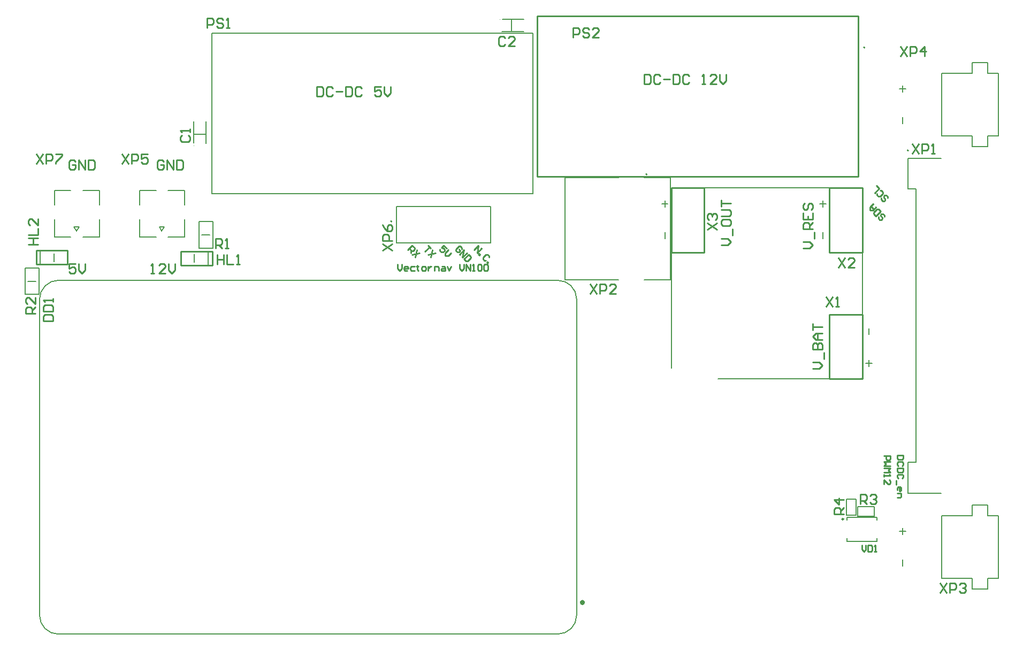
<source format=gto>
G04*
G04 #@! TF.GenerationSoftware,Altium Limited,Altium Designer,20.0.12 (288)*
G04*
G04 Layer_Color=65535*
%FSLAX44Y44*%
%MOMM*%
G71*
G01*
G75*
%ADD10C,0.1000*%
%ADD11C,0.2000*%
%ADD12C,0.2500*%
%ADD13C,0.1270*%
%ADD14C,0.4000*%
%ADD15C,0.2540*%
%ADD16C,0.1500*%
D10*
X814000Y902400D02*
G03*
X813000Y902400I-500J0D01*
G01*
D02*
G03*
X814000Y902400I500J0D01*
G01*
X754500Y974500D02*
G03*
X754500Y974500I-500J0D01*
G01*
X270750Y775000D02*
G03*
X270750Y775000I-500J0D01*
G01*
D11*
X583500Y655250D02*
G03*
X583500Y655250I-1000J0D01*
G01*
X985500Y729900D02*
G03*
X987500Y729900I1000J0D01*
G01*
D02*
G03*
X985500Y729900I-1000J0D01*
G01*
X1401000Y767500D02*
G03*
X1401000Y767500I-1000J0D01*
G01*
X1330950Y931450D02*
G03*
X1330950Y929450I0J-1000D01*
G01*
D02*
G03*
X1330950Y931450I0J1000D01*
G01*
X1026000Y423000D02*
Y708000D01*
X1099750Y406000D02*
X1328000D01*
Y708000D01*
X1026000D02*
X1328000D01*
X298400Y953200D02*
X806400D01*
X298400Y699200D02*
Y953200D01*
Y699200D02*
X806400D01*
Y953200D01*
X982500Y724650D02*
X1024500D01*
Y563150D02*
Y724650D01*
X982500Y563150D02*
X1024500D01*
X857500Y724650D02*
X942500D01*
X857500Y563150D02*
Y724650D01*
Y563150D02*
X942500D01*
X1351500Y149000D02*
Y153500D01*
X1303500Y149000D02*
Y153500D01*
X1351500Y182500D02*
Y187000D01*
X1303500Y182500D02*
Y187000D01*
Y149000D02*
X1351500D01*
X1303500Y187000D02*
X1351500D01*
X1303264Y190000D02*
Y216000D01*
X1318264Y190000D02*
Y216000D01*
X1303264Y190000D02*
X1318264D01*
X1303264Y216000D02*
X1318264D01*
X1320500Y188500D02*
X1346500D01*
X1320500Y203500D02*
X1346500D01*
Y188500D02*
Y203500D01*
X1320500Y188500D02*
Y203500D01*
X3000Y539500D02*
X25000D01*
Y581500D01*
X3000D02*
X25000D01*
X3000Y539500D02*
Y581500D01*
X7500Y560500D02*
X20500D01*
X278000Y655000D02*
X300000D01*
X278000Y613000D02*
Y655000D01*
Y613000D02*
X300000D01*
Y655000D01*
X282500Y634000D02*
X295500D01*
X27250Y587000D02*
Y608500D01*
X26750Y609000D02*
X27250Y608500D01*
X20750Y609000D02*
X26750D01*
X49000Y591500D02*
Y604500D01*
X292750Y586500D02*
Y608000D01*
Y586500D02*
X293250Y586000D01*
X299250D01*
X271000Y590500D02*
Y603500D01*
X772460Y974652D02*
X792018D01*
X772460Y955348D02*
Y974652D01*
Y955348D02*
X792018D01*
X758236Y974652D02*
X772460D01*
X757982Y955348D02*
X772460D01*
X270098Y793460D02*
Y813018D01*
Y793460D02*
X289402D01*
Y813018D01*
X270098Y779236D02*
Y793460D01*
X289402Y778982D02*
Y793460D01*
D12*
X1298250Y184000D02*
G03*
X1298250Y184000I-1250J0D01*
G01*
X1321350Y726250D02*
Y980250D01*
X813350Y726250D02*
X1321350D01*
X813350D02*
Y980250D01*
X1321350D01*
D13*
X846000Y2000D02*
G03*
X876000Y32000I0J30000D01*
G01*
X26000D02*
G03*
X56000Y2000I30000J0D01*
G01*
Y562000D02*
G03*
X26000Y532000I0J-30000D01*
G01*
X876000D02*
G03*
X846000Y562000I-30000J0D01*
G01*
X1338500Y476000D02*
Y486000D01*
X1333500Y431000D02*
X1343500D01*
X1338500Y426000D02*
Y436000D01*
X49440Y704290D02*
X75450D01*
X49440Y681450D02*
Y704290D01*
Y630630D02*
Y658550D01*
Y630630D02*
X75450D01*
X94550D02*
X120560D01*
Y658550D01*
Y681450D02*
Y704290D01*
X94550D02*
X120560D01*
X80460Y646830D02*
X88460D01*
X80460D02*
X84460Y639830D01*
X88460Y646830D01*
X590500Y621250D02*
X739500D01*
X590500D02*
Y678750D01*
X739500D01*
Y621250D02*
Y678750D01*
X184440Y704290D02*
X210450D01*
X184440Y681450D02*
Y704290D01*
Y630630D02*
Y658550D01*
Y630630D02*
X210450D01*
X229550D02*
X255560D01*
Y658550D01*
Y681450D02*
Y704290D01*
X229550D02*
X255560D01*
X215460Y646830D02*
X223460D01*
X215460D02*
X219460Y639830D01*
X223460Y646830D01*
X1015500Y628000D02*
Y638000D01*
X1010500Y683000D02*
X1020500D01*
X1015500Y678000D02*
Y688000D01*
X1265500Y628000D02*
Y638000D01*
X1260500Y683000D02*
X1270500D01*
X1265500Y678000D02*
Y688000D01*
X56000Y2000D02*
X846000D01*
X26000Y32000D02*
Y532000D01*
X56000Y562000D02*
X846000D01*
X876000Y32000D02*
Y532000D01*
D14*
X887000Y52000D02*
G03*
X887000Y52000I-2000J0D01*
G01*
D15*
X1276000Y406000D02*
Y508000D01*
X1328000D01*
Y406000D02*
Y508000D01*
X1276000Y406000D02*
X1328000D01*
X1325406Y406402D02*
X1326000Y407000D01*
X1078000Y606000D02*
Y708000D01*
X1026000Y606000D02*
X1078000D01*
X1026000D02*
Y708000D01*
X1078000D01*
X1328000Y606000D02*
Y708000D01*
X1276000Y606000D02*
X1328000D01*
X1276000D02*
Y708000D01*
X1328000D01*
X20750Y587000D02*
X70000D01*
X20750D02*
Y609000D01*
X70000D01*
Y587000D02*
Y609000D01*
X250000Y608000D02*
X299250D01*
Y586000D02*
Y608000D01*
X250000Y586000D02*
X299250D01*
X250000D02*
Y608000D01*
X1270968Y535627D02*
X1281125Y520392D01*
Y535627D02*
X1270968Y520392D01*
X1286203D02*
X1291281D01*
X1288742D01*
Y535627D01*
X1286203Y533087D01*
X290726Y961633D02*
Y976868D01*
X298343D01*
X300882Y974328D01*
Y969250D01*
X298343Y966711D01*
X290726D01*
X316118Y974328D02*
X313578Y976868D01*
X308500D01*
X305961Y974328D01*
Y971789D01*
X308500Y969250D01*
X313578D01*
X316118Y966711D01*
Y964172D01*
X313578Y961633D01*
X308500D01*
X305961Y964172D01*
X321196Y961633D02*
X326274D01*
X323735D01*
Y976868D01*
X321196Y974328D01*
X1392953Y284960D02*
X1382956D01*
Y279962D01*
X1384622Y278295D01*
X1391287D01*
X1392953Y279962D01*
Y284960D01*
X1391287Y268299D02*
X1392953Y269965D01*
Y273297D01*
X1391287Y274963D01*
X1384622D01*
X1382956Y273297D01*
Y269965D01*
X1384622Y268299D01*
X1392953Y264967D02*
X1382956D01*
Y259968D01*
X1384622Y258302D01*
X1391287D01*
X1392953Y259968D01*
Y264967D01*
X1391287Y248305D02*
X1392953Y249971D01*
Y253304D01*
X1391287Y254970D01*
X1384622D01*
X1382956Y253304D01*
Y249971D01*
X1384622Y248305D01*
X1381290Y244973D02*
Y238308D01*
X1382956Y229978D02*
Y233310D01*
X1384622Y234976D01*
X1387955D01*
X1389621Y233310D01*
Y229978D01*
X1387955Y228312D01*
X1386288D01*
Y234976D01*
X1382956Y224979D02*
X1389621D01*
Y219981D01*
X1387955Y218315D01*
X1382956D01*
X1362040Y284460D02*
X1372037D01*
Y279462D01*
X1370371Y277796D01*
X1367038D01*
X1365372Y279462D01*
Y284460D01*
X1372037Y274463D02*
X1362040D01*
X1365372Y271131D01*
X1362040Y267799D01*
X1372037D01*
X1362040Y264466D02*
X1372037D01*
X1368705Y261134D01*
X1372037Y257802D01*
X1362040D01*
Y254470D02*
Y251137D01*
Y252803D01*
X1372037D01*
X1370371Y254470D01*
X1362040Y239475D02*
Y246139D01*
X1368705Y239475D01*
X1370371D01*
X1372037Y241141D01*
Y244473D01*
X1370371Y246139D01*
X1353305Y662572D02*
Y660216D01*
X1355661Y657859D01*
X1358017D01*
X1359195Y659037D01*
X1359195Y661394D01*
X1356839Y663750D01*
X1356839Y666106D01*
X1358017Y667284D01*
X1360374D01*
X1362730Y664928D01*
Y662572D01*
X1349770Y663750D02*
X1356839Y670819D01*
X1353305Y674353D01*
X1350948D01*
X1346236Y669641D01*
X1346236Y667284D01*
X1349770Y663750D01*
Y677887D02*
X1345058Y673175D01*
X1340345Y673175D01*
X1340345Y677887D01*
X1345058Y682600D01*
X1341523Y679066D01*
X1346236Y674353D01*
X1358305Y692072D02*
Y689716D01*
X1360661Y687359D01*
X1363017D01*
X1364195Y688538D01*
X1364195Y690894D01*
X1361839Y693250D01*
X1361839Y695606D01*
X1363017Y696784D01*
X1365374D01*
X1367730Y694428D01*
Y692072D01*
X1351236Y699141D02*
X1351236Y696784D01*
X1353592Y694428D01*
X1355948D01*
X1360661Y699141D01*
Y701497D01*
X1358305Y703853D01*
X1355948D01*
X1347702Y700319D02*
X1354770Y707388D01*
X1350058Y712100D01*
X464347Y868030D02*
Y852795D01*
X471964D01*
X474504Y855334D01*
Y865491D01*
X471964Y868030D01*
X464347D01*
X489739Y865491D02*
X487200Y868030D01*
X482121D01*
X479582Y865491D01*
Y855334D01*
X482121Y852795D01*
X487200D01*
X489739Y855334D01*
X494817Y860412D02*
X504974D01*
X510052Y868030D02*
Y852795D01*
X517670D01*
X520209Y855334D01*
Y865491D01*
X517670Y868030D01*
X510052D01*
X535444Y865491D02*
X532905Y868030D01*
X527826D01*
X525287Y865491D01*
Y855334D01*
X527826Y852795D01*
X532905D01*
X535444Y855334D01*
X565914Y868030D02*
X555757D01*
Y860412D01*
X560836Y862951D01*
X563375D01*
X565914Y860412D01*
Y855334D01*
X563375Y852795D01*
X558297D01*
X555757Y855334D01*
X570992Y868030D02*
Y857873D01*
X576071Y852795D01*
X581149Y857873D01*
Y868030D01*
X982540Y887775D02*
Y872540D01*
X990157D01*
X992697Y875079D01*
Y885236D01*
X990157Y887775D01*
X982540D01*
X1007932Y885236D02*
X1005393Y887775D01*
X1000314D01*
X997775Y885236D01*
Y875079D01*
X1000314Y872540D01*
X1005393D01*
X1007932Y875079D01*
X1013010Y880157D02*
X1023167D01*
X1028245Y887775D02*
Y872540D01*
X1035863D01*
X1038402Y875079D01*
Y885236D01*
X1035863Y887775D01*
X1028245D01*
X1053637Y885236D02*
X1051098Y887775D01*
X1046020D01*
X1043480Y885236D01*
Y875079D01*
X1046020Y872540D01*
X1051098D01*
X1053637Y875079D01*
X1073950Y872540D02*
X1079029D01*
X1076490D01*
Y887775D01*
X1073950Y885236D01*
X1096803Y872540D02*
X1086646D01*
X1096803Y882697D01*
Y885236D01*
X1094264Y887775D01*
X1089185D01*
X1086646Y885236D01*
X1101881Y887775D02*
Y877618D01*
X1106960Y872540D01*
X1112038Y877618D01*
Y887775D01*
X1249686Y422540D02*
X1259842D01*
X1264921Y427618D01*
X1259842Y432697D01*
X1249686D01*
X1267460Y437775D02*
Y447932D01*
X1249686Y453010D02*
X1264921D01*
Y460628D01*
X1262382Y463167D01*
X1259842D01*
X1257303Y460628D01*
Y453010D01*
Y460628D01*
X1254764Y463167D01*
X1252225D01*
X1249686Y460628D01*
Y453010D01*
X1264921Y468245D02*
X1254764D01*
X1249686Y473324D01*
X1254764Y478402D01*
X1264921D01*
X1257303D01*
Y468245D01*
X1249686Y483480D02*
Y493637D01*
Y488559D01*
X1264921D01*
X1234686Y612540D02*
X1244842D01*
X1249921Y617618D01*
X1244842Y622697D01*
X1234686D01*
X1252460Y627775D02*
Y637932D01*
X1249921Y643010D02*
X1234686D01*
Y650628D01*
X1237225Y653167D01*
X1242303D01*
X1244842Y650628D01*
Y643010D01*
Y648089D02*
X1249921Y653167D01*
X1234686Y668402D02*
Y658245D01*
X1249921D01*
Y668402D01*
X1242303Y658245D02*
Y663324D01*
X1237225Y683637D02*
X1234686Y681098D01*
Y676020D01*
X1237225Y673480D01*
X1239764D01*
X1242303Y676020D01*
Y681098D01*
X1244842Y683637D01*
X1247382D01*
X1249921Y681098D01*
Y676020D01*
X1247382Y673480D01*
X1104686Y617540D02*
X1114843D01*
X1119921Y622618D01*
X1114843Y627697D01*
X1104686D01*
X1122460Y632775D02*
Y642932D01*
X1104686Y655628D02*
Y650549D01*
X1107225Y648010D01*
X1117382D01*
X1119921Y650549D01*
Y655628D01*
X1117382Y658167D01*
X1107225D01*
X1104686Y655628D01*
Y663245D02*
X1117382D01*
X1119921Y665784D01*
Y670863D01*
X1117382Y673402D01*
X1104686D01*
Y678480D02*
Y688637D01*
Y683559D01*
X1119921D01*
X592540Y587537D02*
Y580872D01*
X595872Y577540D01*
X599204Y580872D01*
Y587537D01*
X607535Y577540D02*
X604203D01*
X602537Y579206D01*
Y582538D01*
X604203Y584204D01*
X607535D01*
X609201Y582538D01*
Y580872D01*
X602537D01*
X619198Y584204D02*
X614200D01*
X612533Y582538D01*
Y579206D01*
X614200Y577540D01*
X619198D01*
X624197Y585871D02*
Y584204D01*
X622530D01*
X625863D01*
X624197D01*
Y579206D01*
X625863Y577540D01*
X632527D02*
X635859D01*
X637525Y579206D01*
Y582538D01*
X635859Y584204D01*
X632527D01*
X630861Y582538D01*
Y579206D01*
X632527Y577540D01*
X640858Y584204D02*
Y577540D01*
Y580872D01*
X642524Y582538D01*
X644190Y584204D01*
X645856D01*
X650854Y577540D02*
Y584204D01*
X655853D01*
X657519Y582538D01*
Y577540D01*
X662517Y584204D02*
X665850D01*
X667516Y582538D01*
Y577540D01*
X662517D01*
X660851Y579206D01*
X662517Y580872D01*
X667516D01*
X670848Y584204D02*
X674180Y577540D01*
X677513Y584204D01*
X690842Y587537D02*
Y580872D01*
X694174Y577540D01*
X697506Y580872D01*
Y587537D01*
X700838Y577540D02*
Y587537D01*
X707503Y577540D01*
Y587537D01*
X710835Y577540D02*
X714167D01*
X712501D01*
Y587537D01*
X710835Y585871D01*
X719166D02*
X720832Y587537D01*
X724164D01*
X725830Y585871D01*
Y579206D01*
X724164Y577540D01*
X720832D01*
X719166Y579206D01*
Y585871D01*
X729163D02*
X730829Y587537D01*
X734161D01*
X735827Y585871D01*
Y579206D01*
X734161Y577540D01*
X730829D01*
X729163Y579206D01*
Y585871D01*
X713592Y610000D02*
X720661Y617069D01*
X718305Y605288D01*
X725373Y612356D01*
X720661Y602931D02*
X721839Y604109D01*
X723017Y602931D01*
X721839Y601753D01*
X720661Y602931D01*
X737155Y598219D02*
X737155Y600575D01*
X734799Y602931D01*
X732442D01*
X727730Y598219D01*
Y595862D01*
X730086Y593506D01*
X732442Y593506D01*
X733620Y589972D02*
X734799Y591150D01*
X735977Y589972D01*
X734799Y588794D01*
X733620Y589972D01*
X694195Y611178D02*
Y613534D01*
X691839Y615891D01*
X689483D01*
X684770Y611178D01*
Y608822D01*
X687126Y606466D01*
X689483D01*
X691839Y608822D01*
X689483Y611178D01*
X690661Y602931D02*
X697730Y610000D01*
X695373Y598219D01*
X702442Y605288D01*
X704799Y602931D02*
X697730Y595862D01*
X701264Y592328D01*
X703620Y592328D01*
X708333Y597041D01*
X708333Y599397D01*
X704799Y602931D01*
X670373Y612356D02*
X665661Y617069D01*
X662126Y613534D01*
X665661Y612356D01*
X666839Y611178D01*
Y608822D01*
X664483Y606466D01*
X662126D01*
X659770Y608822D01*
Y611178D01*
X672730Y610000D02*
X668017Y605288D01*
Y600575D01*
X672730D01*
X677442Y605288D01*
X640661Y617069D02*
X645373Y612356D01*
X643017Y614712D01*
X635948Y607644D01*
X647730Y610000D02*
X645373Y598219D01*
X652442Y605288D02*
X640661Y602931D01*
X608592Y610000D02*
X615661Y617069D01*
X619195Y613534D01*
Y611178D01*
X616839Y608822D01*
X614483D01*
X610948Y612356D01*
X613305Y610000D02*
Y605288D01*
X622730Y610000D02*
X620373Y598219D01*
X627442Y605288D02*
X615661Y602931D01*
X202540Y572540D02*
X207618D01*
X205079D01*
Y587775D01*
X202540Y585236D01*
X225393Y572540D02*
X215236D01*
X225393Y582697D01*
Y585236D01*
X222853Y587775D01*
X217775D01*
X215236Y585236D01*
X230471Y587775D02*
Y577618D01*
X235549Y572540D01*
X240628Y577618D01*
Y587775D01*
X82697D02*
X72540D01*
Y580158D01*
X77618Y582697D01*
X80157D01*
X82697Y580158D01*
Y575079D01*
X80157Y572540D01*
X75079D01*
X72540Y575079D01*
X87775Y587775D02*
Y577618D01*
X92853Y572540D01*
X97932Y577618D01*
Y587775D01*
X82697Y750236D02*
X80157Y752775D01*
X75079D01*
X72540Y750236D01*
Y740079D01*
X75079Y737540D01*
X80157D01*
X82697Y740079D01*
Y745157D01*
X77618D01*
X87775Y737540D02*
Y752775D01*
X97932Y737540D01*
Y752775D01*
X103010D02*
Y737540D01*
X110628D01*
X113167Y740079D01*
Y750236D01*
X110628Y752775D01*
X103010D01*
X222697Y750236D02*
X220158Y752775D01*
X215079D01*
X212540Y750236D01*
Y740079D01*
X215079Y737540D01*
X220158D01*
X222697Y740079D01*
Y745157D01*
X217618D01*
X227775Y737540D02*
Y752775D01*
X237932Y737540D01*
Y752775D01*
X243010D02*
Y737540D01*
X250628D01*
X253167Y740079D01*
Y750236D01*
X250628Y752775D01*
X243010D01*
X1327087Y142498D02*
Y135834D01*
X1330419Y132502D01*
X1333752Y135834D01*
Y142498D01*
X1337084D02*
Y132502D01*
X1342082D01*
X1343748Y134168D01*
Y140832D01*
X1342082Y142498D01*
X1337084D01*
X1347081Y132502D02*
X1350413D01*
X1348747D01*
Y142498D01*
X1347081Y140832D01*
X1298367Y191554D02*
X1283132D01*
Y199172D01*
X1285672Y201711D01*
X1290750D01*
X1293289Y199172D01*
Y191554D01*
Y196632D02*
X1298367Y201711D01*
Y214407D02*
X1283132D01*
X1290750Y206789D01*
Y216946D01*
X1324554Y208132D02*
Y223368D01*
X1332172D01*
X1334711Y220828D01*
Y215750D01*
X1332172Y213211D01*
X1324554D01*
X1329633D02*
X1334711Y208132D01*
X1339789Y220828D02*
X1342328Y223368D01*
X1347407D01*
X1349946Y220828D01*
Y218289D01*
X1347407Y215750D01*
X1344868D01*
X1347407D01*
X1349946Y213211D01*
Y210672D01*
X1347407Y208132D01*
X1342328D01*
X1339789Y210672D01*
X897687Y555868D02*
X907843Y540633D01*
Y555868D02*
X897687Y540633D01*
X912922D02*
Y555868D01*
X920539D01*
X923078Y553328D01*
Y548250D01*
X920539Y545711D01*
X912922D01*
X938313Y540633D02*
X928157D01*
X938313Y550789D01*
Y553328D01*
X935774Y555868D01*
X930696D01*
X928157Y553328D01*
X21336Y761835D02*
X31493Y746600D01*
Y761835D02*
X21336Y746600D01*
X36571D02*
Y761835D01*
X44189D01*
X46728Y759296D01*
Y754218D01*
X44189Y751678D01*
X36571D01*
X51806Y761835D02*
X61963D01*
Y759296D01*
X51806Y749139D01*
Y746600D01*
X568882Y609687D02*
X584118Y619843D01*
X568882D02*
X584118Y609687D01*
Y624922D02*
X568882D01*
Y632539D01*
X571422Y635078D01*
X576500D01*
X579039Y632539D01*
Y624922D01*
X568882Y650313D02*
X571422Y645235D01*
X576500Y640157D01*
X581578D01*
X584118Y642696D01*
Y647774D01*
X581578Y650313D01*
X579039D01*
X576500Y647774D01*
Y640157D01*
X156464Y761741D02*
X166621Y746506D01*
Y761741D02*
X156464Y746506D01*
X171699D02*
Y761741D01*
X179317D01*
X181856Y759202D01*
Y754124D01*
X179317Y751584D01*
X171699D01*
X197091Y761741D02*
X186934D01*
Y754124D01*
X192013Y756663D01*
X194552D01*
X197091Y754124D01*
Y749045D01*
X194552Y746506D01*
X189473D01*
X186934Y749045D01*
X870636Y946032D02*
Y961267D01*
X878254D01*
X880793Y958728D01*
Y953650D01*
X878254Y951111D01*
X870636D01*
X896028Y958728D02*
X893489Y961267D01*
X888411D01*
X885872Y958728D01*
Y956189D01*
X888411Y953650D01*
X893489D01*
X896028Y951111D01*
Y948572D01*
X893489Y946032D01*
X888411D01*
X885872Y948572D01*
X911263Y946032D02*
X901106D01*
X911263Y956189D01*
Y958728D01*
X908724Y961267D01*
X903646D01*
X901106Y958728D01*
X762461Y945078D02*
X759922Y947617D01*
X754843D01*
X752304Y945078D01*
Y934922D01*
X754843Y932383D01*
X759922D01*
X762461Y934922D01*
X777696Y932383D02*
X767539D01*
X777696Y942539D01*
Y945078D01*
X775157Y947617D01*
X770078D01*
X767539Y945078D01*
X251672Y791500D02*
X249132Y788961D01*
Y783883D01*
X251672Y781343D01*
X261828D01*
X264368Y783883D01*
Y788961D01*
X261828Y791500D01*
X264368Y796578D02*
Y801657D01*
Y799118D01*
X249132D01*
X251672Y796578D01*
X32383Y497226D02*
X47618D01*
Y504843D01*
X45078Y507383D01*
X34922D01*
X32383Y504843D01*
Y497226D01*
Y512461D02*
X47618D01*
Y520078D01*
X45078Y522618D01*
X34922D01*
X32383Y520078D01*
Y512461D01*
X47618Y527696D02*
Y532774D01*
Y530235D01*
X32383D01*
X34922Y527696D01*
X1082382Y642304D02*
X1097617Y652461D01*
X1082382D02*
X1097617Y642304D01*
X1084922Y657539D02*
X1082382Y660078D01*
Y665157D01*
X1084922Y667696D01*
X1087461D01*
X1090000Y665157D01*
Y662617D01*
Y665157D01*
X1092539Y667696D01*
X1095078D01*
X1097617Y665157D01*
Y660078D01*
X1095078Y657539D01*
X1290304Y597617D02*
X1300461Y582383D01*
Y597617D02*
X1290304Y582383D01*
X1315696D02*
X1305539D01*
X1315696Y592539D01*
Y595078D01*
X1313157Y597617D01*
X1308078D01*
X1305539Y595078D01*
X1388364Y932175D02*
X1398521Y916940D01*
Y932175D02*
X1388364Y916940D01*
X1403599D02*
Y932175D01*
X1411217D01*
X1413756Y929636D01*
Y924557D01*
X1411217Y922018D01*
X1403599D01*
X1426452Y916940D02*
Y932175D01*
X1418834Y924557D01*
X1428991D01*
X1450687Y82618D02*
X1460843Y67382D01*
Y82618D02*
X1450687Y67382D01*
X1465922D02*
Y82618D01*
X1473539D01*
X1476078Y80078D01*
Y75000D01*
X1473539Y72461D01*
X1465922D01*
X1481157Y80078D02*
X1483696Y82618D01*
X1488774D01*
X1491313Y80078D01*
Y77539D01*
X1488774Y75000D01*
X1486235D01*
X1488774D01*
X1491313Y72461D01*
Y69922D01*
X1488774Y67382D01*
X1483696D01*
X1481157Y69922D01*
X1407226Y777617D02*
X1417383Y762383D01*
Y777617D02*
X1407226Y762383D01*
X1422461D02*
Y777617D01*
X1430078D01*
X1432618Y775078D01*
Y770000D01*
X1430078Y767461D01*
X1422461D01*
X1437696Y762383D02*
X1442774D01*
X1440235D01*
Y777617D01*
X1437696Y775078D01*
X19368Y509304D02*
X4132D01*
Y516922D01*
X6672Y519461D01*
X11750D01*
X14289Y516922D01*
Y509304D01*
Y514382D02*
X19368Y519461D01*
Y534696D02*
Y524539D01*
X9211Y534696D01*
X6672D01*
X4132Y532157D01*
Y527078D01*
X6672Y524539D01*
X304843Y612383D02*
Y627617D01*
X312461D01*
X315000Y625078D01*
Y620000D01*
X312461Y617461D01*
X304843D01*
X309922D02*
X315000Y612383D01*
X320078D02*
X325157D01*
X322618D01*
Y627617D01*
X320078Y625078D01*
X8633Y618437D02*
X23867D01*
X16250D01*
Y628593D01*
X8633D01*
X23867D01*
X8633Y633672D02*
X23867D01*
Y643828D01*
Y659063D02*
Y648907D01*
X13711Y659063D01*
X11172D01*
X8633Y656524D01*
Y651446D01*
X11172Y648907D01*
X307226Y602617D02*
Y587383D01*
Y595000D01*
X317383D01*
Y602617D01*
Y587383D01*
X322461Y602617D02*
Y587383D01*
X332618D01*
X337696D02*
X342774D01*
X340235D01*
Y602617D01*
X337696Y600078D01*
D16*
X1453500Y790500D02*
X1501500D01*
Y773500D02*
Y790500D01*
Y773500D02*
X1526500D01*
Y790500D01*
X1543500D01*
Y889500D01*
X1526500D02*
X1543500D01*
X1526500D02*
Y906500D01*
X1501500D02*
X1526500D01*
X1501500Y889500D02*
Y906500D01*
X1453500Y889500D02*
X1501500D01*
X1453500Y790500D02*
Y889500D01*
X1391500Y810000D02*
Y820000D01*
X1386500Y865000D02*
X1396500D01*
X1391500Y860000D02*
Y870000D01*
X1453500Y90500D02*
X1501500D01*
Y73500D02*
Y90500D01*
Y73500D02*
X1526500D01*
Y90500D01*
X1543500D01*
Y189500D01*
X1526500D02*
X1543500D01*
X1526500D02*
Y206500D01*
X1501500D02*
X1526500D01*
X1501500Y189500D02*
Y206500D01*
X1453500Y189500D02*
X1501500D01*
X1453500Y90500D02*
Y189500D01*
X1391500Y110000D02*
Y120000D01*
X1386500Y165000D02*
X1396500D01*
X1391500Y160000D02*
Y170000D01*
X1400400Y273700D02*
X1412900D01*
X1400400Y225000D02*
X1453000D01*
X1400400D02*
Y273700D01*
X1412900D02*
Y706300D01*
X1400400Y755000D02*
X1453000D01*
X1400400Y706300D02*
X1412900D01*
X1400400D02*
Y755000D01*
M02*

</source>
